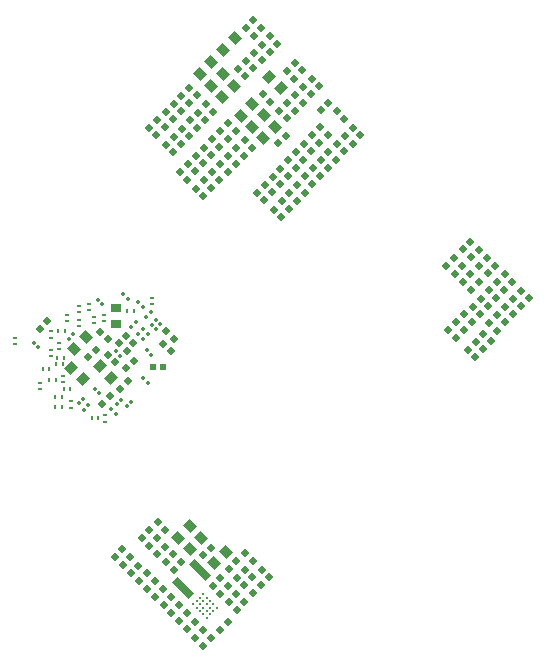
<source format=gbr>
%TF.GenerationSoftware,KiCad,Pcbnew,8.0.0-rc1*%
%TF.CreationDate,2025-03-14T10:19:50+03:00*%
%TF.ProjectId,SMX66_V1.0,534d5836-365f-4563-912e-302e6b696361,rev?*%
%TF.SameCoordinates,Original*%
%TF.FileFunction,Paste,Bot*%
%TF.FilePolarity,Positive*%
%FSLAX46Y46*%
G04 Gerber Fmt 4.6, Leading zero omitted, Abs format (unit mm)*
G04 Created by KiCad (PCBNEW 8.0.0-rc1) date 2025-03-14 10:19:50*
%MOMM*%
%LPD*%
G01*
G04 APERTURE LIST*
G04 Aperture macros list*
%AMRotRect*
0 Rectangle, with rotation*
0 The origin of the aperture is its center*
0 $1 length*
0 $2 width*
0 $3 Rotation angle, in degrees counterclockwise*
0 Add horizontal line*
21,1,$1,$2,0,0,$3*%
G04 Aperture macros list end*
%ADD10RotRect,0.300000X0.249900X315.000000*%
%ADD11RotRect,0.900000X0.800000X135.000000*%
%ADD12RotRect,0.550000X0.550000X315.000000*%
%ADD13RotRect,0.550000X0.550000X225.000000*%
%ADD14RotRect,0.550000X0.550000X135.000000*%
%ADD15RotRect,0.550000X0.550000X45.000000*%
%ADD16R,0.300000X0.249900*%
%ADD17RotRect,0.300000X0.249900X225.000000*%
%ADD18RotRect,0.900000X0.800000X315.000000*%
%ADD19RotRect,0.300000X0.249900X135.000000*%
%ADD20R,0.249900X0.300000*%
%ADD21RotRect,0.900000X0.800000X45.000000*%
%ADD22C,0.240000*%
%ADD23RotRect,0.300000X0.249900X45.000000*%
%ADD24R,0.550000X0.550000*%
%ADD25RotRect,2.000000X0.700000X315.000000*%
%ADD26R,0.900000X0.800000*%
G04 APERTURE END LIST*
D10*
%TO.C,C1301*%
X132890484Y-100433574D03*
X133279534Y-100044524D03*
%TD*%
D11*
%TO.C,C23*%
X144675435Y-72017515D03*
X143685485Y-73007465D03*
%TD*%
D12*
%TO.C,C3832*%
X168587641Y-91735943D03*
X169224181Y-92372473D03*
%TD*%
D13*
%TO.C,C1000*%
X135114615Y-99300965D03*
X134478085Y-99937505D03*
%TD*%
D12*
%TO.C,C10*%
X166745485Y-93997465D03*
X167382025Y-94633995D03*
%TD*%
%TO.C,C1409*%
X142398726Y-81741142D03*
X143035266Y-82377672D03*
%TD*%
%TO.C,C1703*%
X143750460Y-80339196D03*
X144387000Y-80975726D03*
%TD*%
%TO.C,C1702*%
X141868945Y-75960925D03*
X142505485Y-76597455D03*
%TD*%
D14*
%TO.C,R2250*%
X154953755Y-75815735D03*
X154317225Y-75179205D03*
%TD*%
D13*
%TO.C,C3*%
X140963755Y-117009195D03*
X140327225Y-117645735D03*
%TD*%
D15*
%TO.C,R29*%
X147288955Y-68773995D03*
X147925485Y-68137465D03*
%TD*%
D16*
%TO.C,C1704*%
X131510505Y-92419972D03*
X131510505Y-92970172D03*
%TD*%
D14*
%TO.C,C3818*%
X152845485Y-77867465D03*
X152208945Y-77230935D03*
%TD*%
D12*
%TO.C,R24*%
X150827215Y-73809195D03*
X151463745Y-74445725D03*
%TD*%
D10*
%TO.C,C1101*%
X139010965Y-93611985D03*
X139400015Y-93222935D03*
%TD*%
D13*
%TO.C,R4003*%
X138443760Y-110649200D03*
X137807230Y-111285730D03*
%TD*%
D17*
%TO.C,C1509*%
X135204165Y-100412945D03*
X135593215Y-100801995D03*
%TD*%
D13*
%TO.C,R4004*%
X141173755Y-113359195D03*
X140537225Y-113995725D03*
%TD*%
D14*
%TO.C,C40*%
X141812025Y-74514005D03*
X141175485Y-73877475D03*
%TD*%
D11*
%TO.C,C32*%
X147180460Y-74552490D03*
X146190510Y-75542440D03*
%TD*%
D17*
%TO.C,C1105*%
X138224785Y-95396145D03*
X138613835Y-95785195D03*
%TD*%
D18*
%TO.C,C2301*%
X140905535Y-111317473D03*
X141895485Y-110327523D03*
%TD*%
D10*
%TO.C,C1102*%
X138660965Y-93261985D03*
X139050015Y-92872935D03*
%TD*%
%TO.C,C1106*%
X137929225Y-94428955D03*
X138318275Y-94039905D03*
%TD*%
D19*
%TO.C,C1209*%
X137327665Y-93023915D03*
X136938615Y-93412965D03*
%TD*%
%TO.C,C1701*%
X132009603Y-94075183D03*
X131620553Y-94464233D03*
%TD*%
D15*
%TO.C,R4*%
X143038955Y-120413995D03*
X143675485Y-119777465D03*
%TD*%
D12*
%TO.C,C3815*%
X150317215Y-82129195D03*
X150953755Y-82765725D03*
%TD*%
D13*
%TO.C,C3821*%
X164962672Y-88287458D03*
X164326142Y-88923998D03*
%TD*%
D20*
%TO.C,C1205*%
X129441252Y-97028435D03*
X129991452Y-97028435D03*
%TD*%
D14*
%TO.C,C3805*%
X148173755Y-82715735D03*
X147537215Y-82079205D03*
%TD*%
D15*
%TO.C,C4000*%
X139145485Y-112667465D03*
X139782015Y-112030925D03*
%TD*%
D11*
%TO.C,C39*%
X143695435Y-71047515D03*
X142705485Y-72037465D03*
%TD*%
D15*
%TO.C,C3854*%
X166384402Y-88245726D03*
X167020932Y-87609186D03*
%TD*%
D21*
%TO.C,C1018*%
X132827520Y-97879010D03*
X131837570Y-96889060D03*
%TD*%
D13*
%TO.C,C1008*%
X133913555Y-95361595D03*
X133277025Y-95998135D03*
%TD*%
D12*
%TO.C,C2253*%
X152957215Y-79319195D03*
X153593755Y-79955725D03*
%TD*%
D20*
%TO.C,C1406*%
X137128838Y-92075435D03*
X136578638Y-92075435D03*
%TD*%
D22*
%TO.C,U2*%
X143302885Y-118047675D03*
X143585728Y-117764833D03*
X143868570Y-117481991D03*
X144151413Y-117199147D03*
X143020043Y-117764833D03*
X143302885Y-117481990D03*
X143585728Y-117199147D03*
X143868571Y-116916305D03*
X142737201Y-117481991D03*
X143020043Y-117199147D03*
X143302885Y-116916305D03*
X143585729Y-116633461D03*
X142454357Y-117199147D03*
X142737200Y-116916305D03*
X143020042Y-116633461D03*
X143302885Y-116350619D03*
X142171515Y-116916305D03*
X142454357Y-116633462D03*
X142737200Y-116350619D03*
X143020043Y-116067777D03*
%TD*%
D14*
%TO.C,C1208*%
X141665485Y-80967465D03*
X141028945Y-80330935D03*
%TD*%
D17*
%TO.C,R1713*%
X128660955Y-94772935D03*
X129050005Y-95161985D03*
%TD*%
D16*
%TO.C,C1721*%
X130097345Y-94357128D03*
X130097345Y-93806928D03*
%TD*%
D12*
%TO.C,C1204*%
X146517215Y-77619195D03*
X147153755Y-78255725D03*
%TD*%
D15*
%TO.C,C1400*%
X138977215Y-116275735D03*
X139613745Y-115639195D03*
%TD*%
D16*
%TO.C,C1207*%
X129201150Y-98172372D03*
X129201150Y-98722572D03*
%TD*%
D14*
%TO.C,C29*%
X145773753Y-76845517D03*
X145137213Y-76208987D03*
%TD*%
%TO.C,C41*%
X141142025Y-75194005D03*
X140505485Y-74557475D03*
%TD*%
D23*
%TO.C,C1604*%
X136616677Y-91050617D03*
X136227627Y-90661567D03*
%TD*%
D14*
%TO.C,C3803*%
X149535485Y-81367465D03*
X148898945Y-80730935D03*
%TD*%
D16*
%TO.C,C1508*%
X134738039Y-100902372D03*
X134738039Y-101452572D03*
%TD*%
D14*
%TO.C,C18*%
X145075485Y-77517465D03*
X144438945Y-76880935D03*
%TD*%
D12*
%TO.C,C20*%
X142555485Y-75287465D03*
X143192025Y-75923995D03*
%TD*%
D20*
%TO.C,C1402*%
X131744038Y-98704835D03*
X131193838Y-98704835D03*
%TD*%
D13*
%TO.C,R1206*%
X141625485Y-117697465D03*
X140988955Y-118333995D03*
%TD*%
D10*
%TO.C,C1717*%
X132468225Y-99915355D03*
X132857275Y-99526305D03*
%TD*%
D20*
%TO.C,C1203*%
X130650392Y-96107465D03*
X131200592Y-96107465D03*
%TD*%
D14*
%TO.C,R23*%
X150723755Y-72405735D03*
X150087225Y-71769205D03*
%TD*%
D12*
%TO.C,C3812*%
X151607215Y-80699195D03*
X152243755Y-81335725D03*
%TD*%
D15*
%TO.C,C3831*%
X165704615Y-87545943D03*
X166341145Y-86909403D03*
%TD*%
D14*
%TO.C,C1016*%
X148703755Y-74365735D03*
X148067215Y-73729205D03*
%TD*%
%TO.C,C3838*%
X169174616Y-89592686D03*
X168538076Y-88956156D03*
%TD*%
D13*
%TO.C,C37*%
X147253755Y-67459195D03*
X146617225Y-68095735D03*
%TD*%
D12*
%TO.C,R11*%
X145844620Y-114671145D03*
X146481150Y-115307675D03*
%TD*%
D13*
%TO.C,C4003*%
X137532015Y-113640925D03*
X136895485Y-114277465D03*
%TD*%
D15*
%TO.C,C3844*%
X167094828Y-88886160D03*
X167731358Y-88249620D03*
%TD*%
D13*
%TO.C,R4005*%
X140493755Y-112679195D03*
X139857225Y-113315725D03*
%TD*%
D12*
%TO.C,C31*%
X151508945Y-73120935D03*
X152145485Y-73757465D03*
%TD*%
%TO.C,C1720*%
X143080460Y-81039196D03*
X143717000Y-81675726D03*
%TD*%
D13*
%TO.C,R1205*%
X147891150Y-115329410D03*
X147254620Y-115965940D03*
%TD*%
D12*
%TO.C,R16*%
X163747857Y-93699401D03*
X164384387Y-94335931D03*
%TD*%
D20*
%TO.C,C1700*%
X131312238Y-93802635D03*
X130762038Y-93802635D03*
%TD*%
D13*
%TO.C,C1109*%
X137146615Y-96303765D03*
X136510085Y-96940305D03*
%TD*%
D14*
%TO.C,C1001*%
X147201374Y-113235724D03*
X146564834Y-112599194D03*
%TD*%
D12*
%TO.C,C1011*%
X146637215Y-70899195D03*
X147273755Y-71535725D03*
%TD*%
%TO.C,C35*%
X141188945Y-76640925D03*
X141825485Y-77277455D03*
%TD*%
%TO.C,C1214*%
X144458730Y-79657466D03*
X145095270Y-80293996D03*
%TD*%
D14*
%TO.C,R25*%
X152843755Y-73075735D03*
X152207225Y-72439205D03*
%TD*%
D20*
%TO.C,C1510*%
X133599592Y-101191665D03*
X134149792Y-101191665D03*
%TD*%
D14*
%TO.C,C3801*%
X150845485Y-79957465D03*
X150208945Y-79320935D03*
%TD*%
%TO.C,C3835*%
X168514398Y-90302270D03*
X167877858Y-89665740D03*
%TD*%
D12*
%TO.C,C1410*%
X143225485Y-74597465D03*
X143862025Y-75233995D03*
%TD*%
%TO.C,C30*%
X150777215Y-71079195D03*
X151413755Y-71715725D03*
%TD*%
D14*
%TO.C,C1211*%
X140465485Y-75857465D03*
X139828945Y-75220935D03*
%TD*%
D21*
%TO.C,C16*%
X149610460Y-73232440D03*
X148620510Y-72242490D03*
%TD*%
D12*
%TO.C,C3840*%
X169957215Y-90356152D03*
X170593755Y-90992682D03*
%TD*%
D15*
%TO.C,C2*%
X144447215Y-119065735D03*
X145083745Y-118429195D03*
%TD*%
D12*
%TO.C,C1006*%
X134928015Y-95793395D03*
X135564555Y-96429925D03*
%TD*%
D16*
%TO.C,C1718*%
X131799145Y-99725142D03*
X131799145Y-100275342D03*
%TD*%
%TO.C,C1210*%
X130138905Y-95916558D03*
X130138905Y-95366358D03*
%TD*%
D12*
%TO.C,C38*%
X147317215Y-70219195D03*
X147953755Y-70855725D03*
%TD*%
D14*
%TO.C,C3802*%
X151505485Y-79277465D03*
X150868945Y-78640935D03*
%TD*%
D11*
%TO.C,C33*%
X148140460Y-75522490D03*
X147150510Y-76512440D03*
%TD*%
D14*
%TO.C,C3817*%
X150195485Y-80667465D03*
X149558945Y-80030935D03*
%TD*%
D17*
%TO.C,C1100*%
X137954625Y-97773715D03*
X138343675Y-98162765D03*
%TD*%
D12*
%TO.C,C2252*%
X155025485Y-77277465D03*
X155662025Y-77913995D03*
%TD*%
D14*
%TO.C,C2250*%
X153565485Y-77167465D03*
X152928945Y-76530935D03*
%TD*%
D13*
%TO.C,C3837*%
X166331155Y-89659403D03*
X165694625Y-90295943D03*
%TD*%
D14*
%TO.C,C13*%
X166474615Y-92355943D03*
X165838075Y-91719413D03*
%TD*%
%TO.C,C3809*%
X148853755Y-82035735D03*
X148217215Y-81399205D03*
%TD*%
%TO.C,C1707*%
X143017215Y-79585737D03*
X142380675Y-78949207D03*
%TD*%
D18*
%TO.C,C6*%
X143965485Y-113467465D03*
X144955435Y-112477515D03*
%TD*%
D11*
%TO.C,C22*%
X149100460Y-76492490D03*
X148110510Y-77482440D03*
%TD*%
D12*
%TO.C,R2302*%
X139187215Y-109989195D03*
X139823745Y-110625725D03*
%TD*%
D15*
%TO.C,C7*%
X143015485Y-112777465D03*
X143652015Y-112140925D03*
%TD*%
%TO.C,R7*%
X142348955Y-119733995D03*
X142985485Y-119097465D03*
%TD*%
D12*
%TO.C,C1602*%
X140517215Y-77339195D03*
X141153755Y-77975725D03*
%TD*%
%TO.C,C1010*%
X145957215Y-71579195D03*
X146593755Y-72215725D03*
%TD*%
D15*
%TO.C,C3822*%
X164976352Y-86867670D03*
X165612882Y-86231130D03*
%TD*%
D12*
%TO.C,C3820*%
X152277215Y-80009195D03*
X152913755Y-80645725D03*
%TD*%
D17*
%TO.C,C1017*%
X133832575Y-98677235D03*
X134221625Y-99066285D03*
%TD*%
D12*
%TO.C,R1100*%
X139887215Y-93799195D03*
X140523745Y-94435725D03*
%TD*%
%TO.C,C1007*%
X135918615Y-94802795D03*
X136555155Y-95439325D03*
%TD*%
%TO.C,C1004*%
X147964399Y-113979405D03*
X148600939Y-114615935D03*
%TD*%
D10*
%TO.C,C1107*%
X137497425Y-93997155D03*
X137886475Y-93608105D03*
%TD*%
D20*
%TO.C,C1401*%
X131032838Y-100228831D03*
X130482638Y-100228831D03*
%TD*%
D13*
%TO.C,C3841*%
X164232452Y-87611132D03*
X163595922Y-88247672D03*
%TD*%
D12*
%TO.C,R30*%
X148007215Y-69549195D03*
X148643745Y-70185725D03*
%TD*%
%TO.C,R2251*%
X154317215Y-77949195D03*
X154953745Y-78585725D03*
%TD*%
D14*
%TO.C,R2252*%
X156332015Y-77223995D03*
X155695485Y-76587465D03*
%TD*%
D12*
%TO.C,C34*%
X145817215Y-78289195D03*
X146453755Y-78925725D03*
%TD*%
D20*
%TO.C,C1213*%
X130570337Y-96607710D03*
X131120537Y-96607710D03*
%TD*%
D14*
%TO.C,C3843*%
X167834398Y-90982270D03*
X167197858Y-90345740D03*
%TD*%
D15*
%TO.C,C1724*%
X129160235Y-93572135D03*
X129796765Y-92935595D03*
%TD*%
D13*
%TO.C,C4002*%
X138223755Y-114309195D03*
X137587225Y-114945735D03*
%TD*%
D12*
%TO.C,C3808*%
X149647215Y-82809195D03*
X150283755Y-83445725D03*
%TD*%
D15*
%TO.C,C4009*%
X135537215Y-112915735D03*
X136173745Y-112279195D03*
%TD*%
D11*
%TO.C,C15*%
X145700460Y-68982490D03*
X144710510Y-69972440D03*
%TD*%
D14*
%TO.C,C11*%
X166052025Y-96003995D03*
X165415485Y-95367465D03*
%TD*%
D24*
%TO.C,C1103*%
X138730985Y-96860659D03*
X139631182Y-96860652D03*
%TD*%
D16*
%TO.C,C1404*%
X138657145Y-91512328D03*
X138657145Y-90962128D03*
%TD*%
%TO.C,C1722*%
X130783090Y-95322571D03*
X130783090Y-94772371D03*
%TD*%
D14*
%TO.C,C3806*%
X152163755Y-78575735D03*
X151527215Y-77939205D03*
%TD*%
D10*
%TO.C,C1300*%
X136552405Y-100169225D03*
X136941455Y-99780175D03*
%TD*%
D12*
%TO.C,C25*%
X145142026Y-78977240D03*
X145778566Y-79613770D03*
%TD*%
D13*
%TO.C,C4*%
X140293755Y-116329195D03*
X139657225Y-116965735D03*
%TD*%
D12*
%TO.C,C1104*%
X139617215Y-94849195D03*
X140253755Y-95485725D03*
%TD*%
D14*
%TO.C,C1603*%
X143707000Y-78905736D03*
X143070460Y-78269206D03*
%TD*%
D16*
%TO.C,C1600*%
X132526450Y-92208401D03*
X132526450Y-91658201D03*
%TD*%
D14*
%TO.C,C1723*%
X142347000Y-80275736D03*
X141710460Y-79639206D03*
%TD*%
%TO.C,C9*%
X147151155Y-114625725D03*
X146514615Y-113989195D03*
%TD*%
%TO.C,C1706*%
X139055485Y-77217465D03*
X138418945Y-76580935D03*
%TD*%
D15*
%TO.C,R5*%
X141667215Y-119035735D03*
X142303745Y-118399205D03*
%TD*%
D16*
%TO.C,C1407*%
X131113290Y-98116571D03*
X131113290Y-97566371D03*
%TD*%
D12*
%TO.C,C1019*%
X150147215Y-74479195D03*
X150783755Y-75115725D03*
%TD*%
D15*
%TO.C,C8*%
X145164615Y-113919633D03*
X145801145Y-113283093D03*
%TD*%
D25*
%TO.C,L1*%
X141290511Y-115522439D03*
X142775485Y-114037465D03*
%TD*%
D16*
%TO.C,C1716*%
X127065485Y-94902558D03*
X127065485Y-94352358D03*
%TD*%
%TO.C,C1601*%
X133323090Y-92045971D03*
X133323090Y-91495771D03*
%TD*%
D12*
%TO.C,C2254*%
X153617215Y-78629195D03*
X154253755Y-79265725D03*
%TD*%
%TO.C,C3819*%
X148987215Y-83509195D03*
X149623755Y-84145725D03*
%TD*%
%TO.C,C3810*%
X150977215Y-81429195D03*
X151613755Y-82065725D03*
%TD*%
D14*
%TO.C,C1206*%
X139765485Y-76547465D03*
X139128945Y-75910935D03*
%TD*%
D13*
%TO.C,C1015*%
X150023537Y-77239193D03*
X149387007Y-77875733D03*
%TD*%
D23*
%TO.C,C1800*%
X134457465Y-91507955D03*
X134068415Y-91118905D03*
%TD*%
D13*
%TO.C,R9*%
X144451155Y-114699405D03*
X143814625Y-115335935D03*
%TD*%
D20*
%TO.C,C1408*%
X130524838Y-97917435D03*
X129974638Y-97917435D03*
%TD*%
D14*
%TO.C,C12*%
X165754397Y-92995941D03*
X165117857Y-92359411D03*
%TD*%
D12*
%TO.C,C3845*%
X167220161Y-93117673D03*
X167856701Y-93754203D03*
%TD*%
D14*
%TO.C,C1108*%
X137113955Y-94829735D03*
X136477415Y-94193205D03*
%TD*%
D12*
%TO.C,C1719*%
X139848945Y-78020925D03*
X140485485Y-78657455D03*
%TD*%
D11*
%TO.C,C42*%
X145620460Y-73002490D03*
X144630510Y-73992440D03*
%TD*%
D20*
%TO.C,C1403*%
X131025578Y-99337465D03*
X130475378Y-99337465D03*
%TD*%
D14*
%TO.C,C14*%
X167164615Y-91675943D03*
X166528075Y-91039413D03*
%TD*%
D10*
%TO.C,C1212*%
X138208625Y-92574755D03*
X138597675Y-92185705D03*
%TD*%
D14*
%TO.C,R31*%
X149302015Y-69483995D03*
X148665485Y-68847465D03*
%TD*%
D11*
%TO.C,C1014*%
X133097860Y-94322700D03*
X132107910Y-95312650D03*
%TD*%
D10*
%TO.C,C1900*%
X135686710Y-99989424D03*
X136075760Y-99600374D03*
%TD*%
D12*
%TO.C,R14*%
X166105485Y-94707465D03*
X166742015Y-95343995D03*
%TD*%
%TO.C,C1020*%
X149447215Y-75149195D03*
X150083755Y-75785725D03*
%TD*%
D13*
%TO.C,R6*%
X146511155Y-116749405D03*
X145874625Y-117385935D03*
%TD*%
D14*
%TO.C,R15*%
X165074397Y-93665941D03*
X164437867Y-93029411D03*
%TD*%
D13*
%TO.C,C4001*%
X138913755Y-114979195D03*
X138277225Y-115615735D03*
%TD*%
D15*
%TO.C,R4006*%
X138467215Y-111985735D03*
X139103745Y-111349205D03*
%TD*%
D16*
%TO.C,C1012*%
X134618545Y-92960128D03*
X134618545Y-92409928D03*
%TD*%
D18*
%TO.C,C4005*%
X141870520Y-112282440D03*
X142860470Y-111292490D03*
%TD*%
D13*
%TO.C,C4004*%
X136853755Y-112959195D03*
X136217225Y-113595735D03*
%TD*%
D16*
%TO.C,C1517*%
X133805690Y-93112771D03*
X133805690Y-92562571D03*
%TD*%
D13*
%TO.C,C3829*%
X165612885Y-88997675D03*
X164976355Y-89634215D03*
%TD*%
D12*
%TO.C,C3828*%
X167910377Y-92417673D03*
X168546917Y-93054203D03*
%TD*%
D16*
%TO.C,C1705*%
X132526505Y-93376558D03*
X132526505Y-92826358D03*
%TD*%
D13*
%TO.C,C5*%
X145111155Y-115389405D03*
X144474625Y-116025945D03*
%TD*%
D12*
%TO.C,C1013*%
X134318415Y-93837595D03*
X134954955Y-94474125D03*
%TD*%
D17*
%TO.C,C1005*%
X135610565Y-95485345D03*
X135999615Y-95874395D03*
%TD*%
D12*
%TO.C,C3839*%
X169287858Y-91045730D03*
X169924398Y-91682260D03*
%TD*%
D14*
%TO.C,C21*%
X144395485Y-78197465D03*
X143758945Y-77560935D03*
%TD*%
D15*
%TO.C,C1002*%
X136002075Y-98692905D03*
X136638605Y-98056365D03*
%TD*%
D13*
%TO.C,C2251*%
X153603758Y-74458978D03*
X152967228Y-75095518D03*
%TD*%
D21*
%TO.C,C1003*%
X135237860Y-97732650D03*
X134247910Y-96742700D03*
%TD*%
D23*
%TO.C,C1405*%
X137911865Y-91736555D03*
X137522815Y-91347505D03*
%TD*%
D14*
%TO.C,C36*%
X142482025Y-73834005D03*
X141845485Y-73197475D03*
%TD*%
D26*
%TO.C,C1009*%
X135609145Y-93207235D03*
X135609145Y-91807235D03*
%TD*%
D15*
%TO.C,R10*%
X145174615Y-116705945D03*
X145811145Y-116069415D03*
%TD*%
M02*

</source>
